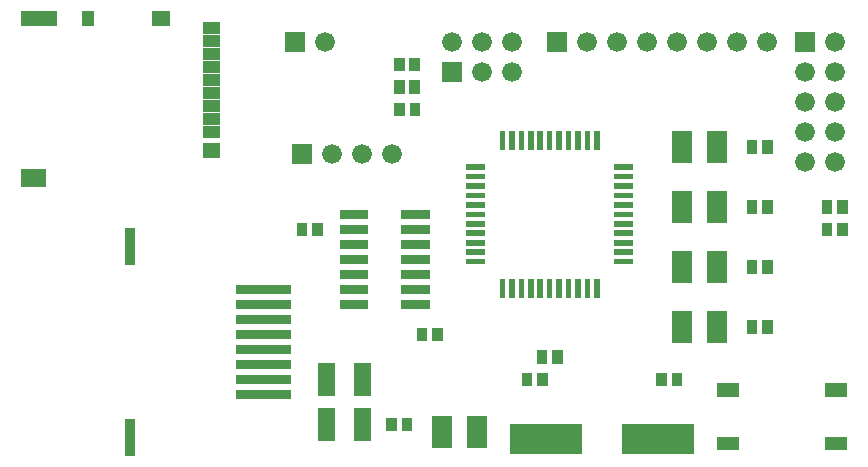
<source format=gbr>
G04 start of page 11 for group -4063 idx -4063 *
G04 Title: (unknown), componentmask *
G04 Creator: pcb 20110918 *
G04 CreationDate: Tue 10 Jan 2012 07:33:53 PM GMT UTC *
G04 For: andy *
G04 Format: Gerber/RS-274X *
G04 PCB-Dimensions: 279528 153543 *
G04 PCB-Coordinate-Origin: lower left *
%MOIN*%
%FSLAX25Y25*%
%LNTOPMASK*%
%ADD88R,0.0454X0.0454*%
%ADD87R,0.1000X0.1000*%
%ADD86R,0.0660X0.0660*%
%ADD85R,0.0187X0.0187*%
%ADD84R,0.0300X0.0300*%
%ADD83R,0.0572X0.0572*%
%ADD82R,0.0317X0.0317*%
%ADD81R,0.0612X0.0612*%
%ADD80R,0.0415X0.0415*%
%ADD79R,0.0355X0.0355*%
%ADD78R,0.0494X0.0494*%
%ADD77R,0.0376X0.0376*%
%ADD76C,0.0660*%
%ADD75C,0.0001*%
G54D75*G36*
X86700Y146843D02*Y140243D01*
X93300D01*
Y146843D01*
X86700D01*
G37*
G54D76*X100000Y143543D03*
G54D75*G36*
X89200Y109343D02*Y102743D01*
X95800D01*
Y109343D01*
X89200D01*
G37*
G54D76*X102500Y106043D03*
X112500D03*
X122500D03*
G54D75*G36*
X139200Y136843D02*Y130243D01*
X145800D01*
Y136843D01*
X139200D01*
G37*
G54D76*X142500Y143543D03*
X152500Y133543D03*
Y143543D03*
X162500Y133543D03*
Y143543D03*
G54D75*G36*
X174200Y146843D02*Y140243D01*
X180800D01*
Y146843D01*
X174200D01*
G37*
G54D76*X187500Y143543D03*
X197500D03*
X207500D03*
X217500D03*
X227500D03*
X237500D03*
X247500D03*
G54D75*G36*
X256700Y146843D02*Y140243D01*
X263300D01*
Y146843D01*
X256700D01*
G37*
G54D76*X270000Y143543D03*
X260000Y133543D03*
X270000D03*
X260000Y123543D03*
X270000D03*
X260000Y113543D03*
X270000D03*
X260000Y103543D03*
X270000D03*
G54D77*X61378Y113544D02*X63347D01*
X61378Y117874D02*X63347D01*
X61378Y122205D02*X63347D01*
X61378Y126536D02*X63347D01*
X61378Y130867D02*X63347D01*
G54D78*X61969Y107442D02*X62757D01*
G54D77*X61378Y135197D02*X63347D01*
X61378Y139528D02*X63347D01*
X61378Y143859D02*X63347D01*
X61378Y148190D02*X63347D01*
G54D79*X124882Y136535D02*Y135551D01*
X130000Y136535D02*Y135551D01*
X124882Y129035D02*Y128051D01*
X130000Y129035D02*Y128051D01*
X124941Y121535D02*Y120551D01*
X130059Y121535D02*Y120551D01*
G54D80*X21024Y151732D02*Y150946D01*
G54D78*X45040Y151339D02*X45828D01*
X1142Y151338D02*X8230D01*
G54D81*X1731Y98189D02*X4094D01*
G54D82*X35079Y79960D02*Y70708D01*
G54D83*X100690Y18798D02*Y13288D01*
X112500Y18798D02*Y13288D01*
Y33798D02*Y28288D01*
X100690Y33798D02*Y28288D01*
G54D84*X106500Y56043D02*X113000D01*
X106500Y86043D02*X113000D01*
X106500Y81043D02*X113000D01*
X106500Y76043D02*X113000D01*
X106500Y71043D02*X113000D01*
X106500Y66043D02*X113000D01*
X106500Y61043D02*X113000D01*
G54D79*X92500Y81535D02*Y80551D01*
X97618Y81535D02*Y80551D01*
G54D82*X35079Y16378D02*Y7126D01*
X72033Y26043D02*X87043D01*
X72033Y31043D02*X87043D01*
X72033Y36043D02*X87043D01*
X72033Y41043D02*X87043D01*
X72033Y46043D02*X87043D01*
X72033Y51043D02*X87043D01*
X72033Y56043D02*X87043D01*
X72033Y61043D02*X87043D01*
G54D85*X148102Y76595D02*X152528D01*
X148102Y73445D02*X152528D01*
X148102Y70295D02*X152528D01*
X159252Y63571D02*Y59145D01*
G54D79*X137559Y46535D02*Y45551D01*
X132441Y46535D02*Y45551D01*
G54D86*X139140Y15661D02*Y11425D01*
G54D79*X127500Y16535D02*Y15551D01*
X122382Y16535D02*Y15551D01*
G54D86*X150860Y15661D02*Y11425D01*
G54D87*X166800Y11043D02*X180800D01*
G54D79*X167500Y31535D02*Y30551D01*
X172618Y31535D02*Y30551D01*
X172441Y39035D02*Y38051D01*
X177559Y39035D02*Y38051D01*
G54D85*X148102Y92343D02*X152528D01*
X148102Y89193D02*X152528D01*
X148102Y86043D02*X152528D01*
X148102Y82894D02*X152528D01*
X148102Y101791D02*X152528D01*
X148102Y98642D02*X152528D01*
X148102Y95492D02*X152528D01*
X148102Y79744D02*X152528D01*
X162401Y63571D02*Y59145D01*
X165551Y63571D02*Y59145D01*
X168700Y63571D02*Y59145D01*
X171850Y63571D02*Y59145D01*
X175000Y63571D02*Y59145D01*
X178149Y63571D02*Y59145D01*
X181299Y63571D02*Y59145D01*
X184448Y63571D02*Y59145D01*
X187598Y63571D02*Y59145D01*
X190748Y63571D02*Y59145D01*
G54D84*X127000Y56043D02*X133500D01*
X127000Y61043D02*X133500D01*
X127000Y66043D02*X133500D01*
X127000Y71043D02*X133500D01*
X127000Y76043D02*X133500D01*
X127000Y81043D02*X133500D01*
X127000Y86043D02*X133500D01*
G54D85*X197472Y70295D02*X201898D01*
X197472Y73444D02*X201898D01*
X197472Y76594D02*X201898D01*
G54D86*X230860Y70661D02*Y66425D01*
X219140Y70661D02*Y66425D01*
G54D85*X197472Y79743D02*X201898D01*
X197472Y82893D02*X201898D01*
X197472Y86043D02*X201898D01*
X197472Y89192D02*X201898D01*
X197472Y92342D02*X201898D01*
X197472Y95491D02*X201898D01*
X197472Y98641D02*X201898D01*
X197472Y101791D02*X201898D01*
X190748Y112941D02*Y108515D01*
G54D86*X230860Y110661D02*Y106425D01*
X219140Y110661D02*Y106425D01*
G54D85*X187599Y112941D02*Y108515D01*
X184449Y112941D02*Y108515D01*
X181300Y112941D02*Y108515D01*
X178150Y112941D02*Y108515D01*
X175000Y112941D02*Y108515D01*
X171851Y112941D02*Y108515D01*
X168701Y112941D02*Y108515D01*
X165552Y112941D02*Y108515D01*
X162402Y112941D02*Y108515D01*
X159252Y112941D02*Y108515D01*
G54D87*X204200Y11043D02*X218200D01*
G54D88*X233150Y9643D02*X235950D01*
G54D86*X230860Y50661D02*Y46425D01*
X219140Y50661D02*Y46425D01*
G54D88*X269050Y27443D02*X271850D01*
X269050Y9643D02*X271850D01*
G54D79*X242441Y49035D02*Y48051D01*
X247559Y49035D02*Y48051D01*
X217500Y31535D02*Y30551D01*
X212382Y31535D02*Y30551D01*
G54D88*X233150Y27443D02*X235950D01*
G54D79*X242500Y109035D02*Y108051D01*
X247618Y109035D02*Y108051D01*
G54D86*X230860Y90661D02*Y86425D01*
X219140Y90661D02*Y86425D01*
G54D79*X242500Y89035D02*Y88051D01*
Y69035D02*Y68051D01*
X247618Y69035D02*Y68051D01*
X267441Y89035D02*Y88051D01*
X272559Y89035D02*Y88051D01*
X247618Y89035D02*Y88051D01*
X267441Y81535D02*Y80551D01*
X272559Y81535D02*Y80551D01*
M02*

</source>
